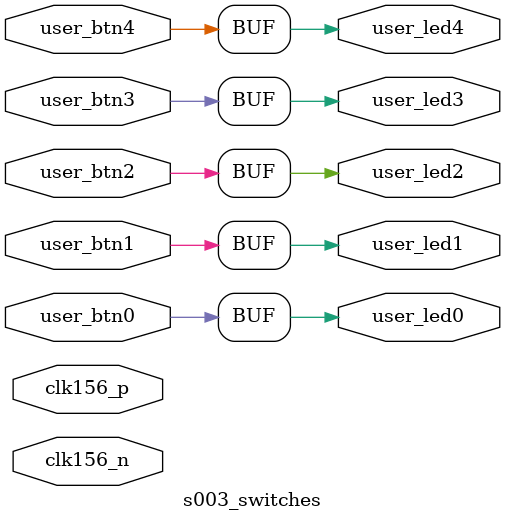
<source format=v>



module s003_switches (
	output wire user_led0,
	input  wire user_btn0,
	output wire user_led1,
	input  wire user_btn1,
	output wire user_led2,
	input  wire user_btn2,
	output wire user_led3,
	input  wire user_btn3,
	output wire user_led4,
	input  wire user_btn4,
	(* dont_touch = "true" *)	input  wire clk156_p,
	input  wire clk156_n
);


//------------------------------------------------------------------------------
// Signals
//------------------------------------------------------------------------------

wire sys_clk;
wire sys_rst;
wire por_clk;
wire clk_se;
reg  int_rst = 1'd1;

//------------------------------------------------------------------------------
// Combinatorial Logic
//------------------------------------------------------------------------------

assign user_led0 = user_btn0;
assign user_led1 = user_btn1;
assign user_led2 = user_btn2;
assign user_led3 = user_btn3;
assign user_led4 = user_btn4;
assign sys_clk = clk_se;
assign por_clk = clk_se;
assign sys_rst = int_rst;


//------------------------------------------------------------------------------
// Synchronous Logic
//------------------------------------------------------------------------------

always @(posedge por_clk) begin
	int_rst <= 1'd0;
end

always @(posedge sys_clk) begin
	if (sys_rst) begin
	end
end


//------------------------------------------------------------------------------
// Specialized Logic
//------------------------------------------------------------------------------

IBUFDS IBUFDS(
	.I(clk156_p),
	.IB(clk156_n),
	.O(clk_se)
);

endmodule

// -----------------------------------------------------------------------------
//  Auto-Generated by LiteX on 2022-05-16 23:21:10.
//------------------------------------------------------------------------------

</source>
